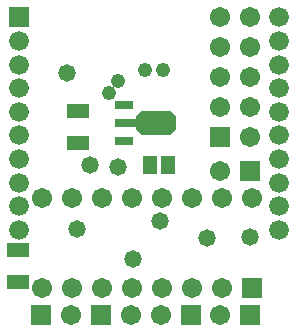
<source format=gts>
%FSLAX24Y24*%
%MOIN*%
G70*
G01*
G75*
G04 Layer_Color=8388736*
%ADD10R,0.0669X0.0433*%
G04:AMPARAMS|DCode=11|XSize=74.8mil|YSize=126mil|CornerRadius=0mil|HoleSize=0mil|Usage=FLASHONLY|Rotation=90.000|XOffset=0mil|YOffset=0mil|HoleType=Round|Shape=Octagon|*
%AMOCTAGOND11*
4,1,8,-0.0630,-0.0187,-0.0630,0.0187,-0.0443,0.0374,0.0443,0.0374,0.0630,0.0187,0.0630,-0.0187,0.0443,-0.0374,-0.0443,-0.0374,-0.0630,-0.0187,0.0*
%
%ADD11OCTAGOND11*%

%ADD12R,0.0551X0.0236*%
%ADD13R,0.0709X0.0236*%
%ADD14R,0.0433X0.0551*%
%ADD15C,0.0100*%
%ADD16C,0.0150*%
%ADD17C,0.0300*%
%ADD18C,0.0250*%
%ADD19C,0.0200*%
%ADD20R,0.0591X0.0591*%
%ADD21C,0.0591*%
%ADD22C,0.0580*%
%ADD23R,0.0580X0.0580*%
%ADD24R,0.0591X0.0591*%
%ADD25C,0.0500*%
%ADD26C,0.0400*%
%ADD27R,0.0618X0.0906*%
%ADD28R,0.0276X0.0354*%
%ADD29R,0.0354X0.0276*%
%ADD30R,0.0315X0.0315*%
%ADD31O,0.0532X0.0217*%
%ADD32O,0.0217X0.0532*%
%ADD33R,0.0236X0.0551*%
%ADD34R,0.0236X0.0354*%
G04:AMPARAMS|DCode=35|XSize=70.9mil|YSize=141.7mil|CornerRadius=0mil|HoleSize=0mil|Usage=FLASHONLY|Rotation=0.000|XOffset=0mil|YOffset=0mil|HoleType=Round|Shape=Octagon|*
%AMOCTAGOND35*
4,1,8,-0.0177,0.0709,0.0177,0.0709,0.0354,0.0532,0.0354,-0.0532,0.0177,-0.0709,-0.0177,-0.0709,-0.0354,-0.0532,-0.0354,0.0532,-0.0177,0.0709,0.0*
%
%ADD35OCTAGOND35*%

%ADD36R,0.0315X0.0315*%
%ADD37C,0.0098*%
%ADD38C,0.0079*%
%ADD39C,0.0080*%
%ADD40R,0.0749X0.0513*%
G04:AMPARAMS|DCode=41|XSize=82.8mil|YSize=134mil|CornerRadius=0mil|HoleSize=0mil|Usage=FLASHONLY|Rotation=90.000|XOffset=0mil|YOffset=0mil|HoleType=Round|Shape=Octagon|*
%AMOCTAGOND41*
4,1,8,-0.0670,-0.0207,-0.0670,0.0207,-0.0463,0.0414,0.0463,0.0414,0.0670,0.0207,0.0670,-0.0207,0.0463,-0.0414,-0.0463,-0.0414,-0.0670,-0.0207,0.0*
%
%ADD41OCTAGOND41*%

%ADD42R,0.0631X0.0316*%
%ADD43R,0.0789X0.0316*%
%ADD44R,0.0513X0.0631*%
%ADD45R,0.0671X0.0671*%
%ADD46C,0.0671*%
%ADD47C,0.0660*%
%ADD48R,0.0660X0.0660*%
%ADD49R,0.0671X0.0671*%
%ADD50C,0.0480*%
D22*
X45360Y35160D02*
D03*
X49760Y32840D02*
D03*
X44446Y35246D02*
D03*
X43680Y38320D02*
D03*
X45880Y32120D02*
D03*
X48320Y32800D02*
D03*
X44000Y33120D02*
D03*
X46760Y33360D02*
D03*
D40*
X44040Y35989D02*
D03*
Y37051D02*
D03*
X42040Y31349D02*
D03*
Y32411D02*
D03*
D41*
X46634Y36640D02*
D03*
D42*
X45571Y36049D02*
D03*
Y37231D02*
D03*
D43*
X45650Y36640D02*
D03*
D44*
X47015Y35240D02*
D03*
X46425D02*
D03*
D45*
X44800Y30240D02*
D03*
X42800D02*
D03*
X47800D02*
D03*
X49760D02*
D03*
Y35040D02*
D03*
D46*
X45800Y30240D02*
D03*
X43800D02*
D03*
X46800D02*
D03*
X48760D02*
D03*
X42820Y34140D02*
D03*
X43820D02*
D03*
X44820D02*
D03*
X45820D02*
D03*
X46820D02*
D03*
X47820D02*
D03*
X48820D02*
D03*
X49820D02*
D03*
X42820Y31140D02*
D03*
X43820D02*
D03*
X44820D02*
D03*
X45820D02*
D03*
X46820D02*
D03*
X47820D02*
D03*
X48820D02*
D03*
X49760Y40160D02*
D03*
X48760D02*
D03*
X49760Y39160D02*
D03*
X48760D02*
D03*
X49760Y38160D02*
D03*
X48760D02*
D03*
X49760Y37160D02*
D03*
X48760D02*
D03*
X49760Y36160D02*
D03*
X48760Y35040D02*
D03*
D47*
X50741Y40160D02*
D03*
Y39373D02*
D03*
Y38585D02*
D03*
Y37798D02*
D03*
Y37011D02*
D03*
Y36223D02*
D03*
Y35436D02*
D03*
Y34649D02*
D03*
Y33861D02*
D03*
Y33074D02*
D03*
X42080D02*
D03*
Y33861D02*
D03*
Y34649D02*
D03*
Y35436D02*
D03*
Y36223D02*
D03*
Y37011D02*
D03*
Y37798D02*
D03*
Y38585D02*
D03*
Y39373D02*
D03*
D48*
Y40160D02*
D03*
D49*
X49820Y31140D02*
D03*
X48760Y36160D02*
D03*
D50*
X45360Y38040D02*
D03*
X45073Y37637D02*
D03*
X46880Y38400D02*
D03*
X46280D02*
D03*
M02*

</source>
